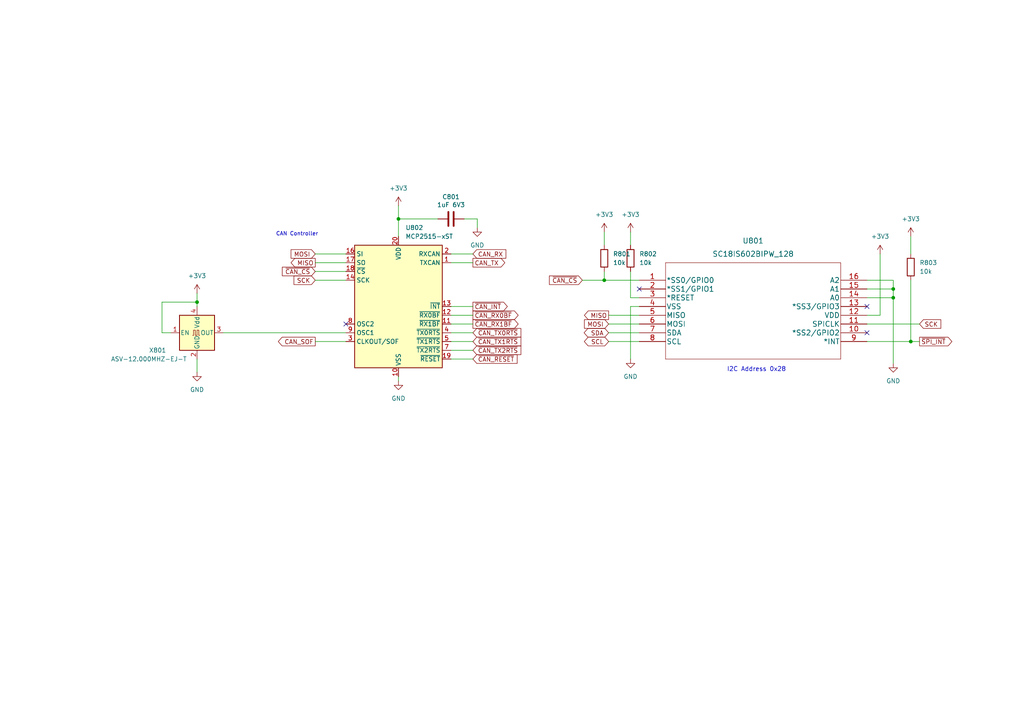
<source format=kicad_sch>
(kicad_sch (version 20211123) (generator eeschema)
  (paper "A4")
  (title_block (title "Vehicle CAN Collector") (date "2022-12-29") (rev "1") (company "Gavin Hurlbut"))
  (lib_symbols
    (symbol "Device:C" (pin_numbers hide) (pin_names (offset 0.254))
      (property "Reference" "C" (at 0.635 2.54 0))
      (property "Value" "C" (at 0.635 -2.54 0))
      (symbol "C_0_1"
        (polyline (pts (xy -2.032 -0.762) (xy 2.032 -0.762)) (stroke (width 0.508)))
        (polyline (pts (xy -2.032 0.762) (xy 2.032 0.762)) (stroke (width 0.508)))
      )
      (symbol "C_1_1"
        (pin passive line (at 0 3.81 270) (length 2.794) (name "~") (number "1"))
        (pin passive line (at 0 -3.81 90) (length 2.794) (name "~") (number "2"))
      )
    )
    (symbol "Device:R" (pin_numbers hide) (pin_names (offset 0))
      (property "Reference" "R" (at 2.032 0 90))
      (property "Value" "R" (at 0 0 90))
      (symbol "R_0_1"
        (rectangle (start -1.016 -2.54) (end 1.016 2.54) (stroke (width 0.254)))
      )
      (symbol "R_1_1"
        (pin passive line (at 0 3.81 270) (length 1.27) (name "~") (number "1"))
        (pin passive line (at 0 -3.81 90) (length 1.27) (name "~") (number "2"))
      )
    )
    (symbol "Interface_CAN_LIN:MCP2515-xST"
      (property "Reference" "U" (at -10.16 19.685 0))
      (property "Value" "MCP2515-xST" (at 19.05 20.32 0))
      (symbol "MCP2515-xST_0_1"
        (rectangle (start -12.7 17.78) (end 12.7 -17.78) (stroke (width 0.254)) (fill (type background)))
      )
      (symbol "MCP2515-xST_1_1"
        (pin output line (at 15.24 12.7 180) (length 2.54) (name "TXCAN") (number "1"))
        (pin power_in line (at 0 -20.32 90) (length 2.54) (name "VSS") (number "10"))
        (pin output line (at 15.24 -5.08 180) (length 2.54) (name "~{RX1BF}") (number "11"))
        (pin output line (at 15.24 -2.54 180) (length 2.54) (name "~{RX0BF}") (number "12"))
        (pin output line (at 15.24 0 180) (length 2.54) (name "~{INT}") (number "13"))
        (pin input line (at -15.24 7.62 0) (length 2.54) (name "SCK") (number "14"))
        (pin no_connect line (at -12.7 -2.54 0) (length 2.54) hide (name "NC") (number "15"))
        (pin input line (at -15.24 15.24 0) (length 2.54) (name "SI") (number "16"))
        (pin output line (at -15.24 12.7 0) (length 2.54) (name "SO") (number "17"))
        (pin input line (at -15.24 10.16 0) (length 2.54) (name "~{CS}") (number "18"))
        (pin input line (at 15.24 -15.24 180) (length 2.54) (name "~{RESET}") (number "19"))
        (pin input line (at 15.24 15.24 180) (length 2.54) (name "RXCAN") (number "2"))
        (pin power_in line (at 0 20.32 270) (length 2.54) (name "VDD") (number "20"))
        (pin output line (at -15.24 -10.16 0) (length 2.54) (name "CLKOUT/SOF") (number "3"))
        (pin input line (at 15.24 -7.62 180) (length 2.54) (name "~{TX0RTS}") (number "4"))
        (pin input line (at 15.24 -10.16 180) (length 2.54) (name "~{TX1RTS}") (number "5"))
        (pin no_connect line (at -12.7 0 0) (length 2.54) hide (name "NC") (number "6"))
        (pin input line (at 15.24 -12.7 180) (length 2.54) (name "~{TX2RTS}") (number "7"))
        (pin output line (at -15.24 -5.08 0) (length 2.54) (name "OSC2") (number "8"))
        (pin input line (at -15.24 -7.62 0) (length 2.54) (name "OSC1") (number "9"))
      )
    )
    (symbol "Oscillator:ASV-xxxMHz" (pin_names (offset 0.254))
      (property "Reference" "X" (at -5.08 6.35 0))
      (property "Value" "ASV-xxxMHz" (at 1.27 -6.35 0))
      (symbol "ASV-xxxMHz_0_1"
        (rectangle (start -5.08 5.08) (end 5.08 -5.08) (stroke (width 0.254)) (fill (type background)))
        (polyline (pts (xy -1.27 -0.762) (xy -1.016 -0.762) (xy -1.016 0.762) (xy -0.508 0.762) (xy -0.508 -0.762) (xy 0 -0.762) (xy 0 0.762) (xy 0.508 0.762) (xy 0.508 -0.762) (xy 0.762 -0.762)))
      )
      (symbol "ASV-xxxMHz_1_1"
        (pin input line (at -7.62 0 0) (length 2.54) (name "EN") (number "1"))
        (pin power_in line (at 0 -7.62 90) (length 2.54) (name "GND") (number "2"))
        (pin output line (at 7.62 0 180) (length 2.54) (name "OUT") (number "3"))
        (pin power_in line (at 0 7.62 270) (length 2.54) (name "Vdd") (number "4"))
      )
    )
    (symbol "UltraLibrarian:SC18IS602BIPW_128" (pin_names (offset 0.254))
      (property "Reference" "U" (at 33.02 10.16 0))
      (property "Value" "SC18IS602BIPW_128" (at 33.02 7.62 0))
      (symbol "SC18IS602BIPW_128_1_1"
        (polyline (pts (xy 7.62 -22.86) (xy 58.42 -22.86)) (stroke (width 0.127)))
        (polyline (pts (xy 7.62 5.08) (xy 7.62 -22.86)) (stroke (width 0.127)))
        (polyline (pts (xy 58.42 -22.86) (xy 58.42 5.08)) (stroke (width 0.127)))
        (polyline (pts (xy 58.42 5.08) (xy 7.62 5.08)) (stroke (width 0.127)))
        (pin bidirectional line (at 0 0 0) (length 7.62) (name "*SS0/GPIO0") (number "1"))
        (pin bidirectional line (at 66.04 -15.24 180) (length 7.62) (name "*SS2/GPIO2") (number "10"))
        (pin output line (at 66.04 -12.7 180) (length 7.62) (name "SPICLK") (number "11"))
        (pin power_in line (at 66.04 -10.16 180) (length 7.62) (name "VDD") (number "12"))
        (pin bidirectional line (at 66.04 -7.62 180) (length 7.62) (name "*SS3/GPIO3") (number "13"))
        (pin input line (at 66.04 -5.08 180) (length 7.62) (name "A0") (number "14"))
        (pin input line (at 66.04 -2.54 180) (length 7.62) (name "A1") (number "15"))
        (pin input line (at 66.04 0 180) (length 7.62) (name "A2") (number "16"))
        (pin bidirectional line (at 0 -2.54 0) (length 7.62) (name "*SS1/GPIO1") (number "2"))
        (pin input line (at 0 -5.08 0) (length 7.62) (name "*RESET") (number "3"))
        (pin power_in line (at 0 -7.62 0) (length 7.62) (name "VSS") (number "4"))
        (pin input line (at 0 -10.16 0) (length 7.62) (name "MISO") (number "5"))
        (pin output line (at 0 -12.7 0) (length 7.62) (name "MOSI") (number "6"))
        (pin bidirectional line (at 0 -15.24 0) (length 7.62) (name "SDA") (number "7"))
        (pin input line (at 0 -17.78 0) (length 7.62) (name "SCL") (number "8"))
        (pin output line (at 66.04 -17.78 180) (length 7.62) (name "*INT") (number "9"))
      )
    )
    (symbol "power:+3V3" (power) (pin_names (offset 0))
      (property "Value" "+3V3" (at 0 3.556 0))
      (symbol "+3V3_0_1"
        (polyline (pts (xy -0.762 1.27) (xy 0 2.54)))
        (polyline (pts (xy 0 0) (xy 0 2.54)))
        (polyline (pts (xy 0 2.54) (xy 0.762 1.27)))
      )
      (symbol "+3V3_1_1"
        (pin power_in line (at 0 0 90) (length 0) hide (name "+3V3") (number "1"))
      )
    )
    (symbol "power:GND" (power) (pin_names (offset 0))
      (property "Value" "GND" (at 0 -3.81 0))
      (symbol "GND_0_1"
        (polyline (pts (xy 0 0) (xy 0 -1.27) (xy 1.27 -1.27) (xy 0 -2.54) (xy -1.27 -1.27) (xy 0 -1.27)))
      )
      (symbol "GND_1_1"
        (pin power_in line (at 0 0 270) (length 0) hide (name "GND") (number "1"))
      )
    )
  )
  (junction (at 115.57 63.5))
  (junction (at 259.08 83.82))
  (junction (at 259.08 86.36))
  (junction (at 264.16 99.06))
  (junction (at 57.15 87.63))
  (junction (at 175.26 81.28))
  (no_connect (at 251.46 96.52))
  (no_connect (at 100.33 93.98))
  (no_connect (at 185.42 83.82))
  (no_connect (at 251.46 88.9))
  (wire (pts (xy 175.26 81.28) (xy 185.42 81.28)))
  (wire (pts (xy 259.08 81.28) (xy 251.46 81.28)))
  (wire (pts (xy 255.27 73.66) (xy 255.27 91.44)))
  (wire (pts (xy 259.08 105.41) (xy 259.08 86.36)))
  (wire (pts (xy 130.81 93.98) (xy 137.16 93.98)))
  (wire (pts (xy 46.99 87.63) (xy 57.15 87.63)))
  (wire (pts (xy 57.15 87.63) (xy 57.15 85.09)))
  (wire (pts (xy 251.46 93.98) (xy 266.7 93.98)))
  (wire (pts (xy 182.88 86.36) (xy 182.88 78.74)))
  (wire (pts (xy 127 63.5) (xy 115.57 63.5)))
  (wire (pts (xy 130.81 101.6) (xy 137.16 101.6)))
  (wire (pts (xy 175.26 67.31) (xy 175.26 71.12)))
  (wire (pts (xy 264.16 81.28) (xy 264.16 99.06)))
  (wire (pts (xy 176.53 93.98) (xy 185.42 93.98)))
  (wire (pts (xy 91.44 81.28) (xy 100.33 81.28)))
  (wire (pts (xy 130.81 73.66) (xy 137.16 73.66)))
  (wire (pts (xy 176.53 99.06) (xy 185.42 99.06)))
  (wire (pts (xy 115.57 109.22) (xy 115.57 110.49)))
  (wire (pts (xy 251.46 83.82) (xy 259.08 83.82)))
  (wire (pts (xy 91.44 99.06) (xy 100.33 99.06)))
  (wire (pts (xy 259.08 86.36) (xy 259.08 83.82)))
  (wire (pts (xy 57.15 87.63) (xy 57.15 88.9)))
  (wire (pts (xy 130.81 76.2) (xy 137.16 76.2)))
  (wire (pts (xy 49.53 96.52) (xy 46.99 96.52)))
  (wire (pts (xy 46.99 96.52) (xy 46.99 87.63)))
  (wire (pts (xy 130.81 88.9) (xy 137.16 88.9)))
  (wire (pts (xy 130.81 91.44) (xy 137.16 91.44)))
  (wire (pts (xy 251.46 86.36) (xy 259.08 86.36)))
  (wire (pts (xy 255.27 91.44) (xy 251.46 91.44)))
  (wire (pts (xy 182.88 104.14) (xy 182.88 88.9)))
  (wire (pts (xy 176.53 96.52) (xy 185.42 96.52)))
  (wire (pts (xy 259.08 83.82) (xy 259.08 81.28)))
  (wire (pts (xy 168.91 81.28) (xy 175.26 81.28)))
  (wire (pts (xy 264.16 68.58) (xy 264.16 73.66)))
  (wire (pts (xy 138.43 66.04) (xy 138.43 63.5)))
  (wire (pts (xy 264.16 99.06) (xy 266.7 99.06)))
  (wire (pts (xy 57.15 104.14) (xy 57.15 107.95)))
  (wire (pts (xy 130.81 104.14) (xy 137.16 104.14)))
  (wire (pts (xy 176.53 91.44) (xy 185.42 91.44)))
  (wire (pts (xy 251.46 99.06) (xy 264.16 99.06)))
  (wire (pts (xy 130.81 96.52) (xy 137.16 96.52)))
  (wire (pts (xy 115.57 63.5) (xy 115.57 68.58)))
  (wire (pts (xy 91.44 78.74) (xy 100.33 78.74)))
  (wire (pts (xy 91.44 73.66) (xy 100.33 73.66)))
  (wire (pts (xy 91.44 76.2) (xy 100.33 76.2)))
  (wire (pts (xy 182.88 88.9) (xy 185.42 88.9)))
  (wire (pts (xy 130.81 99.06) (xy 137.16 99.06)))
  (wire (pts (xy 182.88 67.31) (xy 182.88 71.12)))
  (wire (pts (xy 175.26 78.74) (xy 175.26 81.28)))
  (wire (pts (xy 134.62 63.5) (xy 138.43 63.5)))
  (wire (pts (xy 185.42 86.36) (xy 182.88 86.36)))
  (wire (pts (xy 64.77 96.52) (xy 100.33 96.52)))
  (wire (pts (xy 115.57 59.69) (xy 115.57 63.5)))
  (text "CAN Controller" (at 80.01 68.58 0) (effects (font (size 1.0922 1.0922)) (justify left bottom)))
  (text "I2C Address 0x28" (at 210.82 107.95 0) (effects (font (size 1.27 1.27)) (justify left bottom)))
  (global_label "MOSI" (shape input) (at 91.44 73.66 180) (property "Intersheet References" "${INTERSHEET_REFS}" (effects hide)))
  (global_label "~{CAN_TX0RTS}" (shape input) (at 137.16 96.52 0) (property "Intersheet References" "${INTERSHEET_REFS}" (effects hide)))
  (global_label "~{CAN_TX2RTS}" (shape input) (at 137.16 101.6 0) (property "Intersheet References" "${INTERSHEET_REFS}" (effects hide)))
  (global_label "MISO" (shape output) (at 91.44 76.2 180) (property "Intersheet References" "${INTERSHEET_REFS}" (effects hide)))
  (global_label "CAN_RX" (shape input) (at 137.16 73.66 0) (property "Intersheet References" "${INTERSHEET_REFS}" (effects hide)))
  (global_label "SCK" (shape input) (at 266.7 93.98 0) (property "Intersheet References" "${INTERSHEET_REFS}" (effects hide)))
  (global_label "~{CAN_CS}" (shape input) (at 91.44 78.74 180) (property "Intersheet References" "${INTERSHEET_REFS}" (effects hide)))
  (global_label "MISO" (shape output) (at 176.53 91.44 180) (property "Intersheet References" "${INTERSHEET_REFS}" (effects hide)))
  (global_label "~{CAN_RESET}" (shape input) (at 137.16 104.14 0) (property "Intersheet References" "${INTERSHEET_REFS}" (effects hide)))
  (global_label "~{CAN_TX1RTS}" (shape input) (at 137.16 99.06 0) (property "Intersheet References" "${INTERSHEET_REFS}" (effects hide)))
  (global_label "~{CAN_RX1BF}" (shape output) (at 137.16 93.98 0) (property "Intersheet References" "${INTERSHEET_REFS}" (effects hide)))
  (global_label "~{SPI_INT}" (shape output) (at 266.7 99.06 0) (property "Intersheet References" "${INTERSHEET_REFS}" (effects hide)))
  (global_label "SDA" (shape bidirectional) (at 176.53 96.52 180) (property "Intersheet References" "${INTERSHEET_REFS}" (effects hide)))
  (global_label "CAN_TX" (shape output) (at 137.16 76.2 0) (property "Intersheet References" "${INTERSHEET_REFS}" (effects hide)))
  (global_label "CAN_SOF" (shape output) (at 91.44 99.06 180) (property "Intersheet References" "${INTERSHEET_REFS}" (effects hide)))
  (global_label "MOSI" (shape input) (at 176.53 93.98 180) (property "Intersheet References" "${INTERSHEET_REFS}" (effects hide)))
  (global_label "SCK" (shape input) (at 91.44 81.28 180) (property "Intersheet References" "${INTERSHEET_REFS}" (effects hide)))
  (global_label "SCL" (shape bidirectional) (at 176.53 99.06 180) (property "Intersheet References" "${INTERSHEET_REFS}" (effects hide)))
  (global_label "~{CAN_RX0BF}" (shape output) (at 137.16 91.44 0) (property "Intersheet References" "${INTERSHEET_REFS}" (effects hide)))
  (global_label "~{CAN_INT}" (shape output) (at 137.16 88.9 0) (property "Intersheet References" "${INTERSHEET_REFS}" (effects hide)))
  (global_label "~{CAN_CS}" (shape input) (at 168.91 81.28 180) (property "Intersheet References" "${INTERSHEET_REFS}" (effects hide)))
  (symbol (lib_id "power:+3V3") (at 255.27 73.66 0) (unit 1)
    (property "Reference" "#PWR0806" (effects hide))
    (property "Value" "+3V3" (at 255.27 68.58 0))
  )
  (symbol (lib_id "power:+3V3") (at 264.16 68.58 0) (unit 1)
    (property "Reference" "#PWR0805" (effects hide))
    (property "Value" "+3V3" (at 264.16 63.5 0))
  )
  (symbol (lib_id "power:+3V3") (at 175.26 67.31 0) (unit 1)
    (property "Reference" "#PWR0803" (effects hide))
    (property "Value" "+3V3" (at 175.26 62.23 0))
  )
  (symbol (lib_id "power:GND") (at 182.88 104.14 0) (unit 1)
    (property "Reference" "#PWR0808" (effects hide))
    (property "Value" "GND" (at 182.88 109.22 0))
  )
  (symbol (lib_id "power:+3V3") (at 115.57 59.69 0) (unit 1)
    (property "Reference" "#PWR0801" (effects hide))
    (property "Value" "+3V3" (at 115.57 54.61 0))
  )
  (symbol (lib_id "Device:R") (at 264.16 77.47 0) (unit 1)
    (property "Reference" "R803" (at 266.7 76.1999 0) (effects (justify left)))
    (property "Value" "10k" (at 266.7 78.7399 0) (effects (justify left)))
  )
  (symbol (lib_id "power:GND") (at 57.15 107.95 0) (unit 1)
    (property "Reference" "#PWR0810" (effects hide))
    (property "Value" "GND" (at 57.15 113.03 0))
  )
  (symbol (lib_id "power:+3V3") (at 57.15 85.09 0) (unit 1)
    (property "Reference" "#PWR0807" (effects hide))
    (property "Value" "+3V3" (at 57.15 80.01 0))
  )
  (symbol (lib_id "Device:R") (at 175.26 74.93 180) (unit 1)
    (property "Reference" "R801" (at 177.8 73.6599 0) (effects (justify right)))
    (property "Value" "10k" (at 177.8 76.1999 0) (effects (justify right)))
  )
  (symbol (lib_id "power:GND") (at 259.08 105.41 0) (unit 1)
    (property "Reference" "#PWR0809" (effects hide))
    (property "Value" "GND" (at 259.08 110.49 0))
  )
  (symbol (lib_id "power:GND") (at 138.43 66.04 0) (unit 1)
    (property "Reference" "#PWR0802" (effects hide))
    (property "Value" "GND" (at 138.43 71.12 0))
  )
  (symbol (lib_id "power:GND") (at 115.57 110.49 0) (unit 1)
    (property "Reference" "#PWR0811" (effects hide))
    (property "Value" "GND" (at 115.57 115.57 0))
  )
  (symbol (lib_id "power:+3V3") (at 182.88 67.31 0) (unit 1)
    (property "Reference" "#PWR0804" (effects hide))
    (property "Value" "+3V3" (at 182.88 62.23 0))
  )
  (symbol (lib_id "Interface_CAN_LIN:MCP2515-xST") (at 115.57 88.9 0) (unit 1)
    (property "Reference" "U802" (at 117.5894 66.04 0) (effects (justify left)))
    (property "Value" "MCP2515-xST" (at 117.5894 68.58 0) (effects (justify left)))
    (property "Footprint" "Package_SO:TSSOP-20_4.4x6.5mm_P0.65mm" (effects hide))
    (property "Datasheet" "http://ww1.microchip.com/downloads/en/DeviceDoc/21801e.pdf" (effects hide))
  )
  (symbol (lib_id "UltraLibrarian:SC18IS602BIPW_128") (at 185.42 81.28 0) (unit 1)
    (property "Reference" "U801" (at 218.44 69.85 0) (effects (font (size 1.524 1.524))))
    (property "Value" "SC18IS602BIPW_128" (at 218.44 73.66 0) (effects (font (size 1.524 1.524))))
    (property "Footprint" "TSSOP16_SOT403-1_NXP" (effects hide))
  )
  (symbol (lib_id "Device:R") (at 182.88 74.93 0) (unit 1)
    (property "Reference" "R802" (at 185.42 73.6599 0) (effects (justify left)))
    (property "Value" "10k" (at 185.42 76.1999 0) (effects (justify left)))
  )
  (symbol (lib_id "Device:C") (at 130.81 63.5 270) (unit 1)
    (property "Reference" "C801" (at 130.81 57.0992 90))
    (property "Value" "1uF 6V3" (at 130.81 59.4106 90))
    (property "Footprint" "Capacitor_SMD:C_0805_2012Metric_Pad1.18x1.45mm_HandSolder" (effects hide))
  )
  (symbol (lib_id "Oscillator:ASV-xxxMHz") (at 57.15 96.52 0) (unit 1)
    (property "Reference" "X801" (at 45.72 101.6 0))
    (property "Value" "ASV-12.000MHZ-EJ-T" (at 43.18 104.14 0))
    (property "Footprint" "Oscillator:Oscillator_SMD_Abracon_ASV-4Pin_7.0x5.1mm" (effects hide))
    (property "Datasheet" "http://www.abracon.com/Oscillators/ASV.pdf" (effects hide))
  )
)
</source>
